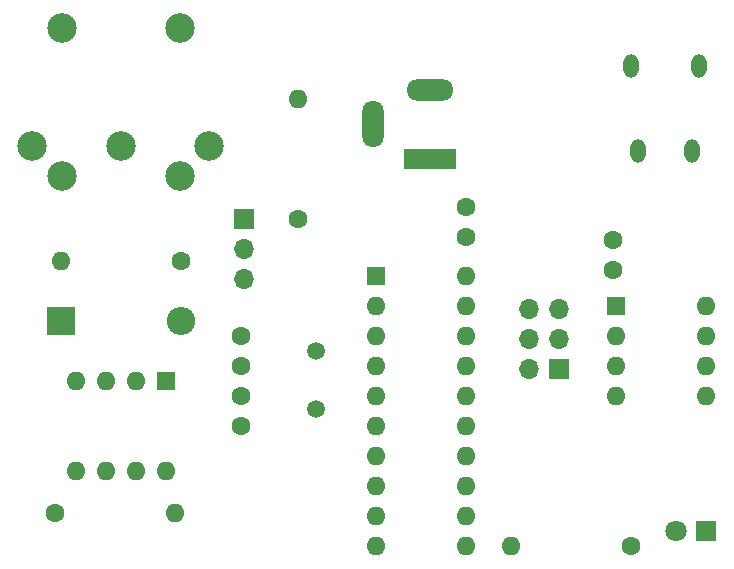
<source format=gtl>
G04 #@! TF.GenerationSoftware,KiCad,Pcbnew,5.0.2+dfsg1-1~bpo9+1*
G04 #@! TF.CreationDate,2019-02-16T22:44:35+01:00*
G04 #@! TF.ProjectId,main,6d61696e-2e6b-4696-9361-645f70636258,v02*
G04 #@! TF.SameCoordinates,Original*
G04 #@! TF.FileFunction,Copper,L1,Top*
G04 #@! TF.FilePolarity,Positive*
%FSLAX46Y46*%
G04 Gerber Fmt 4.6, Leading zero omitted, Abs format (unit mm)*
G04 Created by KiCad (PCBNEW 5.0.2+dfsg1-1~bpo9+1) date Sat 16 Feb 2019 10:44:35 PM CET*
%MOMM*%
%LPD*%
G01*
G04 APERTURE LIST*
G04 #@! TA.AperFunction,ComponentPad*
%ADD10C,1.600000*%
G04 #@! TD*
G04 #@! TA.AperFunction,ComponentPad*
%ADD11O,1.800000X4.000000*%
G04 #@! TD*
G04 #@! TA.AperFunction,ComponentPad*
%ADD12O,4.000000X1.800000*%
G04 #@! TD*
G04 #@! TA.AperFunction,ComponentPad*
%ADD13R,4.400000X1.800000*%
G04 #@! TD*
G04 #@! TA.AperFunction,ComponentPad*
%ADD14R,2.400000X2.400000*%
G04 #@! TD*
G04 #@! TA.AperFunction,ComponentPad*
%ADD15O,2.400000X2.400000*%
G04 #@! TD*
G04 #@! TA.AperFunction,ComponentPad*
%ADD16R,1.800000X1.800000*%
G04 #@! TD*
G04 #@! TA.AperFunction,ComponentPad*
%ADD17C,1.800000*%
G04 #@! TD*
G04 #@! TA.AperFunction,ComponentPad*
%ADD18O,1.300000X2.000000*%
G04 #@! TD*
G04 #@! TA.AperFunction,ComponentPad*
%ADD19C,2.499360*%
G04 #@! TD*
G04 #@! TA.AperFunction,WasherPad*
%ADD20C,2.499360*%
G04 #@! TD*
G04 #@! TA.AperFunction,ComponentPad*
%ADD21R,1.700000X1.700000*%
G04 #@! TD*
G04 #@! TA.AperFunction,ComponentPad*
%ADD22O,1.700000X1.700000*%
G04 #@! TD*
G04 #@! TA.AperFunction,ComponentPad*
%ADD23O,1.600000X1.600000*%
G04 #@! TD*
G04 #@! TA.AperFunction,ComponentPad*
%ADD24R,1.600000X1.600000*%
G04 #@! TD*
G04 #@! TA.AperFunction,ComponentPad*
%ADD25C,1.500000*%
G04 #@! TD*
G04 APERTURE END LIST*
D10*
G04 #@! TO.P,C1,2*
G04 #@! TO.N,GND*
X158750000Y-106680000D03*
G04 #@! TO.P,C1,1*
G04 #@! TO.N,Net-(C1-Pad1)*
X158750000Y-104180000D03*
G04 #@! TD*
G04 #@! TO.P,C2,2*
G04 #@! TO.N,GND*
X158750000Y-109260000D03*
G04 #@! TO.P,C2,1*
G04 #@! TO.N,Net-(C2-Pad1)*
X158750000Y-111760000D03*
G04 #@! TD*
G04 #@! TO.P,C3,1*
G04 #@! TO.N,VCC*
X190246000Y-98552000D03*
G04 #@! TO.P,C3,2*
G04 #@! TO.N,GND*
X190246000Y-96052000D03*
G04 #@! TD*
G04 #@! TO.P,C4,1*
G04 #@! TO.N,VCC*
X177800000Y-95758000D03*
G04 #@! TO.P,C4,2*
G04 #@! TO.N,GND*
X177800000Y-93258000D03*
G04 #@! TD*
D11*
G04 #@! TO.P,CON1,3*
G04 #@! TO.N,GND*
X169952000Y-86154000D03*
D12*
G04 #@! TO.P,CON1,2*
X174752000Y-83354000D03*
D13*
G04 #@! TO.P,CON1,1*
G04 #@! TO.N,VCC*
X174752000Y-89154000D03*
G04 #@! TD*
D14*
G04 #@! TO.P,D1,1*
G04 #@! TO.N,Net-(D1-Pad1)*
X143510000Y-102870000D03*
D15*
G04 #@! TO.P,D1,2*
G04 #@! TO.N,Net-(D1-Pad2)*
X153670000Y-102870000D03*
G04 #@! TD*
D16*
G04 #@! TO.P,D2,1*
G04 #@! TO.N,GND*
X198120000Y-120650000D03*
D17*
G04 #@! TO.P,D2,2*
G04 #@! TO.N,Net-(D2-Pad2)*
X195580000Y-120650000D03*
G04 #@! TD*
D18*
G04 #@! TO.P,J1,1*
G04 #@! TO.N,GND*
X192420000Y-88480000D03*
G04 #@! TO.P,J1,2*
G04 #@! TO.N,TRIG*
X191770000Y-81280000D03*
G04 #@! TO.P,J1,3*
G04 #@! TO.N,DACOUT*
X196920000Y-88480000D03*
G04 #@! TO.P,J1,2*
G04 #@! TO.N,TRIG*
X197570000Y-81280000D03*
G04 #@! TD*
D19*
G04 #@! TO.P,P1,3*
G04 #@! TO.N,Net-(P1-Pad3)*
X156088080Y-88087200D03*
G04 #@! TO.P,P1,4*
G04 #@! TO.N,Net-(P1-Pad4)*
X143593820Y-90589100D03*
G04 #@! TO.P,P1,2*
G04 #@! TO.N,Net-(P1-Pad2)*
X148590000Y-88089740D03*
G04 #@! TO.P,P1,1*
G04 #@! TO.N,Net-(P1-Pad1)*
X141091920Y-88087200D03*
G04 #@! TO.P,P1,5*
G04 #@! TO.N,Net-(D1-Pad1)*
X153586180Y-90589100D03*
D20*
G04 #@! TO.P,P1,*
G04 #@! TO.N,*
X143588740Y-78092300D03*
X153591260Y-78092300D03*
G04 #@! TD*
D21*
G04 #@! TO.P,P3,1*
G04 #@! TO.N,DO*
X185674000Y-106934000D03*
D22*
G04 #@! TO.P,P3,2*
G04 #@! TO.N,VCC*
X183134000Y-106934000D03*
G04 #@! TO.P,P3,3*
G04 #@! TO.N,SCK*
X185674000Y-104394000D03*
G04 #@! TO.P,P3,4*
G04 #@! TO.N,MOSI*
X183134000Y-104394000D03*
G04 #@! TO.P,P3,5*
G04 #@! TO.N,RST*
X185674000Y-101854000D03*
G04 #@! TO.P,P3,6*
G04 #@! TO.N,GND*
X183134000Y-101854000D03*
G04 #@! TD*
D10*
G04 #@! TO.P,R1,1*
G04 #@! TO.N,RST*
X163576000Y-94234000D03*
D23*
G04 #@! TO.P,R1,2*
G04 #@! TO.N,VCC*
X163576000Y-84074000D03*
G04 #@! TD*
D10*
G04 #@! TO.P,R2,1*
G04 #@! TO.N,Net-(D1-Pad2)*
X153670000Y-97790000D03*
D23*
G04 #@! TO.P,R2,2*
G04 #@! TO.N,Net-(P1-Pad4)*
X143510000Y-97790000D03*
G04 #@! TD*
G04 #@! TO.P,R3,2*
G04 #@! TO.N,VCC*
X153162000Y-119126000D03*
D10*
G04 #@! TO.P,R3,1*
G04 #@! TO.N,RX*
X143002000Y-119126000D03*
G04 #@! TD*
D23*
G04 #@! TO.P,R4,2*
G04 #@! TO.N,Net-(IC1-Pad12)*
X181610000Y-121920000D03*
D10*
G04 #@! TO.P,R4,1*
G04 #@! TO.N,Net-(D2-Pad2)*
X191770000Y-121920000D03*
G04 #@! TD*
D24*
G04 #@! TO.P,U1,1*
G04 #@! TO.N,Net-(U1-Pad1)*
X152400000Y-107950000D03*
D23*
G04 #@! TO.P,U1,5*
G04 #@! TO.N,GND*
X144780000Y-115570000D03*
G04 #@! TO.P,U1,2*
G04 #@! TO.N,Net-(D1-Pad2)*
X149860000Y-107950000D03*
G04 #@! TO.P,U1,6*
G04 #@! TO.N,RX*
X147320000Y-115570000D03*
G04 #@! TO.P,U1,3*
G04 #@! TO.N,Net-(D1-Pad1)*
X147320000Y-107950000D03*
G04 #@! TO.P,U1,7*
G04 #@! TO.N,Net-(U1-Pad7)*
X149860000Y-115570000D03*
G04 #@! TO.P,U1,4*
G04 #@! TO.N,Net-(U1-Pad4)*
X144780000Y-107950000D03*
G04 #@! TO.P,U1,8*
G04 #@! TO.N,VCC*
X152400000Y-115570000D03*
G04 #@! TD*
G04 #@! TO.P,U2,8*
G04 #@! TO.N,DACOUT*
X198120000Y-101600000D03*
G04 #@! TO.P,U2,4*
G04 #@! TO.N,DO*
X190500000Y-109220000D03*
G04 #@! TO.P,U2,7*
G04 #@! TO.N,GND*
X198120000Y-104140000D03*
G04 #@! TO.P,U2,3*
G04 #@! TO.N,SCK*
X190500000Y-106680000D03*
G04 #@! TO.P,U2,6*
G04 #@! TO.N,VCC*
X198120000Y-106680000D03*
G04 #@! TO.P,U2,2*
G04 #@! TO.N,~CS*
X190500000Y-104140000D03*
G04 #@! TO.P,U2,5*
G04 #@! TO.N,GND*
X198120000Y-109220000D03*
D24*
G04 #@! TO.P,U2,1*
G04 #@! TO.N,VCC*
X190500000Y-101600000D03*
G04 #@! TD*
D25*
G04 #@! TO.P,Y1,1*
G04 #@! TO.N,Net-(C1-Pad1)*
X165100000Y-105410000D03*
G04 #@! TO.P,Y1,2*
G04 #@! TO.N,Net-(C2-Pad1)*
X165100000Y-110310000D03*
G04 #@! TD*
D24*
G04 #@! TO.P,IC1,1*
G04 #@! TO.N,RST*
X170180000Y-99060000D03*
D23*
G04 #@! TO.P,IC1,11*
G04 #@! TO.N,~CS*
X177800000Y-121920000D03*
G04 #@! TO.P,IC1,2*
G04 #@! TO.N,RX*
X170180000Y-101600000D03*
G04 #@! TO.P,IC1,12*
G04 #@! TO.N,Net-(IC1-Pad12)*
X177800000Y-119380000D03*
G04 #@! TO.P,IC1,3*
G04 #@! TO.N,TX*
X170180000Y-104140000D03*
G04 #@! TO.P,IC1,13*
G04 #@! TO.N,Net-(IC1-Pad13)*
X177800000Y-116840000D03*
G04 #@! TO.P,IC1,4*
G04 #@! TO.N,Net-(C1-Pad1)*
X170180000Y-106680000D03*
G04 #@! TO.P,IC1,14*
G04 #@! TO.N,Net-(IC1-Pad14)*
X177800000Y-114300000D03*
G04 #@! TO.P,IC1,5*
G04 #@! TO.N,Net-(C2-Pad1)*
X170180000Y-109220000D03*
G04 #@! TO.P,IC1,15*
G04 #@! TO.N,Net-(IC1-Pad15)*
X177800000Y-111760000D03*
G04 #@! TO.P,IC1,6*
G04 #@! TO.N,Net-(IC1-Pad6)*
X170180000Y-111760000D03*
G04 #@! TO.P,IC1,16*
G04 #@! TO.N,Net-(IC1-Pad16)*
X177800000Y-109220000D03*
G04 #@! TO.P,IC1,7*
G04 #@! TO.N,Net-(IC1-Pad7)*
X170180000Y-114300000D03*
G04 #@! TO.P,IC1,17*
G04 #@! TO.N,MOSI*
X177800000Y-106680000D03*
G04 #@! TO.P,IC1,8*
G04 #@! TO.N,Net-(IC1-Pad8)*
X170180000Y-116840000D03*
G04 #@! TO.P,IC1,18*
G04 #@! TO.N,DO*
X177800000Y-104140000D03*
G04 #@! TO.P,IC1,9*
G04 #@! TO.N,TRIG*
X170180000Y-119380000D03*
G04 #@! TO.P,IC1,19*
G04 #@! TO.N,SCK*
X177800000Y-101600000D03*
G04 #@! TO.P,IC1,10*
G04 #@! TO.N,GND*
X170180000Y-121920000D03*
G04 #@! TO.P,IC1,20*
G04 #@! TO.N,VCC*
X177800000Y-99060000D03*
G04 #@! TD*
D21*
G04 #@! TO.P,J2,1*
G04 #@! TO.N,RX*
X159004000Y-94234000D03*
D22*
G04 #@! TO.P,J2,2*
G04 #@! TO.N,TX*
X159004000Y-96774000D03*
G04 #@! TO.P,J2,3*
G04 #@! TO.N,GND*
X159004000Y-99314000D03*
G04 #@! TD*
M02*

</source>
